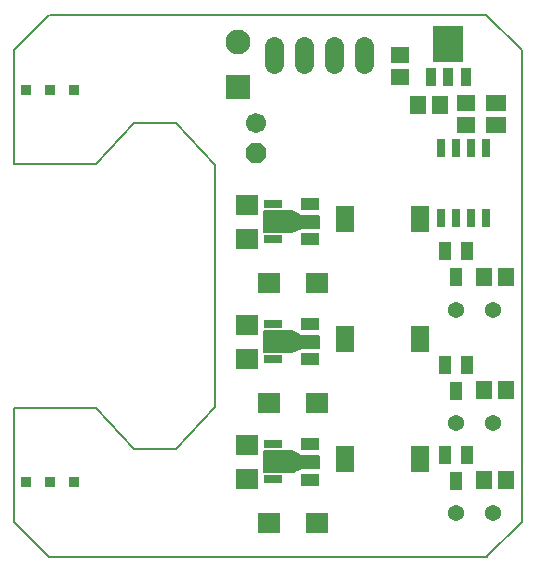
<source format=gts>
G75*
%MOIN*%
%OFA0B0*%
%FSLAX25Y25*%
%IPPOS*%
%LPD*%
%AMOC8*
5,1,8,0,0,1.08239X$1,22.5*
%
%ADD10R,0.06306X0.04337*%
%ADD11R,0.06306X0.03156*%
%ADD12C,0.00600*%
%ADD13R,0.07487X0.07093*%
%ADD14R,0.07498X0.06699*%
%ADD15OC8,0.06700*%
%ADD16C,0.06700*%
%ADD17R,0.06306X0.09061*%
%ADD18R,0.06306X0.05518*%
%ADD19R,0.05518X0.06306*%
%ADD20R,0.03000X0.06400*%
%ADD21C,0.06306*%
%ADD22R,0.06699X0.05518*%
%ADD23R,0.04337X0.05912*%
%ADD24C,0.00500*%
%ADD25R,0.03353X0.03353*%
%ADD26R,0.08274X0.08274*%
%ADD27C,0.08274*%
%ADD28C,0.05400*%
%ADD29R,0.03550X0.06306*%
%ADD30R,0.10243X0.12211*%
D10*
X0103886Y0031058D03*
X0103897Y0042877D03*
X0103916Y0071115D03*
X0103927Y0082934D03*
X0103887Y0111101D03*
X0103898Y0122920D03*
D11*
X0091486Y0122916D03*
X0091521Y0111139D03*
X0091514Y0082930D03*
X0091550Y0071153D03*
X0091485Y0042873D03*
X0091520Y0031095D03*
D12*
X0005100Y0016911D02*
X0005100Y0055000D01*
X0032600Y0055000D01*
X0045100Y0041100D01*
X0059100Y0041100D01*
X0072100Y0055100D01*
X0072100Y0136021D01*
X0059100Y0150021D01*
X0045100Y0150021D01*
X0032600Y0136121D01*
X0005100Y0136121D01*
X0005100Y0174250D01*
X0016911Y0186061D01*
X0088586Y0120500D02*
X0097802Y0120500D01*
X0100873Y0119043D01*
X0106900Y0119043D01*
X0106860Y0114943D01*
X0101188Y0114982D01*
X0097881Y0113525D01*
X0088586Y0113525D01*
X0088586Y0120500D01*
X0088586Y0119914D02*
X0099037Y0119914D01*
X0100299Y0119316D02*
X0088586Y0119316D01*
X0088586Y0118717D02*
X0106897Y0118717D01*
X0106891Y0118119D02*
X0088586Y0118119D01*
X0088586Y0117520D02*
X0106885Y0117520D01*
X0106879Y0116922D02*
X0088586Y0116922D01*
X0088586Y0116323D02*
X0106874Y0116323D01*
X0106868Y0115725D02*
X0088586Y0115725D01*
X0088586Y0115126D02*
X0106862Y0115126D01*
X0100156Y0114528D02*
X0088586Y0114528D01*
X0088586Y0113929D02*
X0098797Y0113929D01*
X0097831Y0080514D02*
X0088615Y0080514D01*
X0088615Y0073539D01*
X0097910Y0073539D01*
X0101217Y0074996D01*
X0106889Y0074957D01*
X0106929Y0079057D01*
X0100902Y0079057D01*
X0097831Y0080514D01*
X0098045Y0080412D02*
X0088615Y0080412D01*
X0088615Y0079814D02*
X0099307Y0079814D01*
X0100569Y0079215D02*
X0088615Y0079215D01*
X0088615Y0078617D02*
X0106924Y0078617D01*
X0106919Y0078018D02*
X0088615Y0078018D01*
X0088615Y0077420D02*
X0106913Y0077420D01*
X0106907Y0076821D02*
X0088615Y0076821D01*
X0088615Y0076223D02*
X0106901Y0076223D01*
X0106896Y0075624D02*
X0088615Y0075624D01*
X0088615Y0075026D02*
X0106890Y0075026D01*
X0099926Y0074427D02*
X0088615Y0074427D01*
X0088615Y0073829D02*
X0098567Y0073829D01*
X0097801Y0040457D02*
X0088586Y0040457D01*
X0088586Y0033482D01*
X0097880Y0033482D01*
X0101187Y0034939D01*
X0106860Y0034899D01*
X0106899Y0039000D01*
X0100872Y0039000D01*
X0097801Y0040457D01*
X0098106Y0040312D02*
X0088586Y0040312D01*
X0088586Y0039714D02*
X0099368Y0039714D01*
X0100629Y0039115D02*
X0088586Y0039115D01*
X0088586Y0038517D02*
X0106894Y0038517D01*
X0106889Y0037918D02*
X0088586Y0037918D01*
X0088586Y0037320D02*
X0106883Y0037320D01*
X0106877Y0036721D02*
X0088586Y0036721D01*
X0088586Y0036123D02*
X0106871Y0036123D01*
X0106866Y0035524D02*
X0088586Y0035524D01*
X0088586Y0034926D02*
X0101158Y0034926D01*
X0099799Y0034327D02*
X0088586Y0034327D01*
X0088586Y0033729D02*
X0098440Y0033729D01*
X0103054Y0034926D02*
X0106860Y0034926D01*
X0162580Y0005100D02*
X0174391Y0016911D01*
X0174391Y0174250D01*
X0162580Y0186061D01*
X0005100Y0016911D02*
X0016911Y0005100D01*
D13*
X0090196Y0016755D03*
X0106338Y0016755D03*
X0106334Y0056753D03*
X0090193Y0056753D03*
X0090191Y0096752D03*
X0106333Y0096752D03*
D14*
X0083027Y0082612D03*
X0083027Y0071415D03*
X0082997Y0042545D03*
X0082997Y0031348D03*
X0083002Y0111397D03*
X0083002Y0122594D03*
D15*
X0085733Y0139954D03*
D16*
X0085733Y0149954D03*
D17*
X0115402Y0118000D03*
X0140598Y0118000D03*
X0140608Y0078010D03*
X0115412Y0078010D03*
X0115422Y0038020D03*
X0140618Y0038020D03*
D18*
X0156000Y0149260D03*
X0156000Y0156740D03*
X0134000Y0165260D03*
X0134000Y0172740D03*
D19*
X0139760Y0156000D03*
X0147240Y0156000D03*
X0161760Y0098500D03*
X0169240Y0098500D03*
X0169240Y0061000D03*
X0161760Y0061000D03*
X0161760Y0031000D03*
X0169240Y0031000D03*
D20*
X0162500Y0118294D03*
X0157500Y0118294D03*
X0152500Y0118294D03*
X0147500Y0118294D03*
X0147500Y0141706D03*
X0152500Y0141706D03*
X0157500Y0141706D03*
X0162500Y0141706D03*
D21*
X0122000Y0169547D02*
X0122000Y0175453D01*
X0112000Y0175453D02*
X0112000Y0169547D01*
X0102000Y0169547D02*
X0102000Y0175453D01*
X0092000Y0175453D02*
X0092000Y0169547D01*
D22*
X0166000Y0156740D03*
X0166000Y0149260D03*
D23*
X0156240Y0107331D03*
X0148760Y0107331D03*
X0152500Y0098669D03*
X0148760Y0069331D03*
X0156240Y0069331D03*
X0152500Y0060669D03*
X0148760Y0039331D03*
X0156240Y0039331D03*
X0152500Y0030669D03*
D24*
X0162726Y0005100D02*
X0017100Y0005100D01*
X0017100Y0186021D02*
X0162726Y0186021D01*
D25*
X0025300Y0160900D03*
X0017300Y0160900D03*
X0009300Y0160900D03*
X0009300Y0030400D03*
X0017300Y0030400D03*
X0025300Y0030400D03*
D26*
X0079980Y0161970D03*
D27*
X0080000Y0177000D03*
D28*
X0152500Y0087500D03*
X0165000Y0087500D03*
X0165000Y0050000D03*
X0152500Y0050000D03*
X0152500Y0020000D03*
X0165000Y0020000D03*
D29*
X0155906Y0165110D03*
X0150000Y0165110D03*
X0144094Y0165110D03*
D30*
X0150000Y0176134D03*
M02*

</source>
